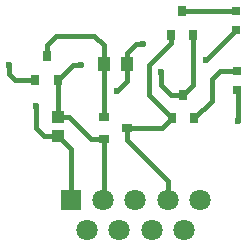
<source format=gtl>
G04*
G04 #@! TF.GenerationSoftware,Altium Limited,Altium Designer,18.1.7 (191)*
G04*
G04 Layer_Physical_Order=1*
G04 Layer_Color=255*
%FSLAX44Y44*%
%MOMM*%
G71*
G01*
G75*
%ADD15R,0.8000X0.9000*%
%ADD16R,0.9000X0.8000*%
%ADD17R,1.0000X1.3000*%
%ADD18R,0.8000X0.8000*%
%ADD19R,1.0000X1.0000*%
%ADD28C,0.4000*%
%ADD29C,1.8000*%
%ADD30R,1.8000X1.8000*%
%ADD31C,0.6000*%
D15*
X250500Y291500D02*
D03*
X260000Y271500D02*
D03*
X241000D02*
D03*
X242000Y201000D02*
D03*
X261000D02*
D03*
X251500Y221000D02*
D03*
X145500Y233750D02*
D03*
X126500D02*
D03*
X136000Y253750D02*
D03*
D16*
X184250Y183250D02*
D03*
Y202250D02*
D03*
X204250Y192750D02*
D03*
D17*
X184250Y246750D02*
D03*
X204250D02*
D03*
D18*
X296750Y241250D02*
D03*
Y225250D02*
D03*
X296250Y292000D02*
D03*
Y276000D02*
D03*
D19*
X145500Y201750D02*
D03*
Y185750D02*
D03*
D28*
X296250Y275500D02*
Y276000D01*
X270750Y250000D02*
X296250Y275500D01*
X275750Y234000D02*
X283000Y241250D01*
X296750D01*
X275750Y215750D02*
Y234000D01*
X261000Y201000D02*
X275750Y215750D01*
X204000Y232500D02*
Y256250D01*
X195750Y224250D02*
X204000Y232500D01*
Y256250D02*
X211750Y264000D01*
X217500D01*
X241000Y265000D02*
Y271500D01*
X222500Y246500D02*
X241000Y265000D01*
X222500Y220500D02*
Y246500D01*
Y220500D02*
X242000Y201000D01*
X260000Y229500D02*
Y271500D01*
X251500Y221000D02*
X260000Y229500D01*
X241500Y221000D02*
X251500D01*
X233000Y229500D02*
X241500Y221000D01*
X233000Y229500D02*
Y240000D01*
X233750Y192750D02*
X242000Y201000D01*
X204250Y192750D02*
X233750D01*
X260000Y271500D02*
X260250Y271250D01*
X183800Y131400D02*
X184250Y131850D01*
Y183250D01*
Y246750D02*
Y263250D01*
X176500Y271000D02*
X184250Y263250D01*
X144000Y271000D02*
X176500D01*
X136000Y263000D02*
X144000Y271000D01*
X136000Y253750D02*
Y263000D01*
X184250Y202250D02*
Y246750D01*
X158000Y246250D02*
X165500D01*
X145500Y233750D02*
X158000Y246250D01*
X104500Y238250D02*
Y246500D01*
Y238250D02*
X109000Y233750D01*
X126500D01*
X238600Y131400D02*
Y148150D01*
X204250Y182500D02*
X238600Y148150D01*
X204250Y182500D02*
Y192750D01*
X145500Y201750D02*
Y233750D01*
X156400Y131400D02*
Y174850D01*
X145500Y185750D02*
X156400Y174850D01*
X173500Y183250D02*
X184250D01*
X155000Y201750D02*
X173500Y183250D01*
X145500Y201750D02*
X155000D01*
X127000Y192750D02*
Y211000D01*
Y192750D02*
X134000Y185750D01*
X145500D01*
X296750Y225250D02*
X297750Y224250D01*
Y198500D02*
Y224250D01*
X295750Y291500D02*
X296250Y292000D01*
X252500Y291500D02*
X295750D01*
X238600Y131400D02*
X238750Y131550D01*
D29*
X252300Y106000D02*
D03*
X224900D02*
D03*
X197500D02*
D03*
X170100D02*
D03*
X266000Y131400D02*
D03*
X238600D02*
D03*
X211200D02*
D03*
X183800D02*
D03*
D30*
X156400D02*
D03*
D31*
X270750Y250000D02*
D03*
X217500Y264000D02*
D03*
X195750Y224250D02*
D03*
X233000Y240000D02*
D03*
X127000Y211000D02*
D03*
X297750Y198500D02*
D03*
X165500Y246250D02*
D03*
X104500Y246500D02*
D03*
M02*

</source>
